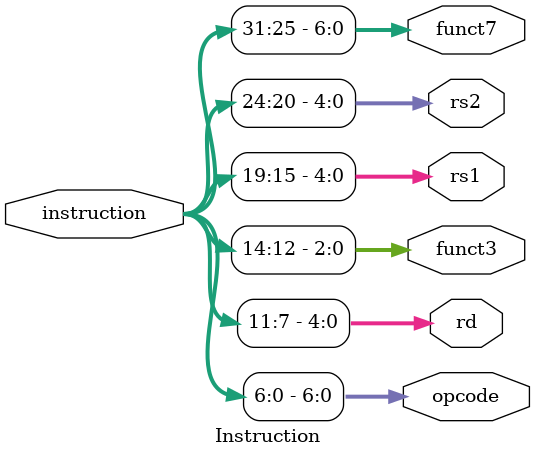
<source format=v>
module Instruction
(
    input [31:0] instruction,
    output [6:0] opcode,
    output [4:0] rd,
    output [2:0] funct3,
    output [4:0] rs1,
    output [4:0] rs2,
    output [6:0] funct7
);
    
    assign opcode = instruction [6:0];
    assign rd = instruction [11:7];
    assign funct3 = instruction [14:12];
    assign rs1 = instruction [19:15];
    assign rs2 = instruction [24:20];
    assign funct7 = instruction [31:25];
endmodule


</source>
